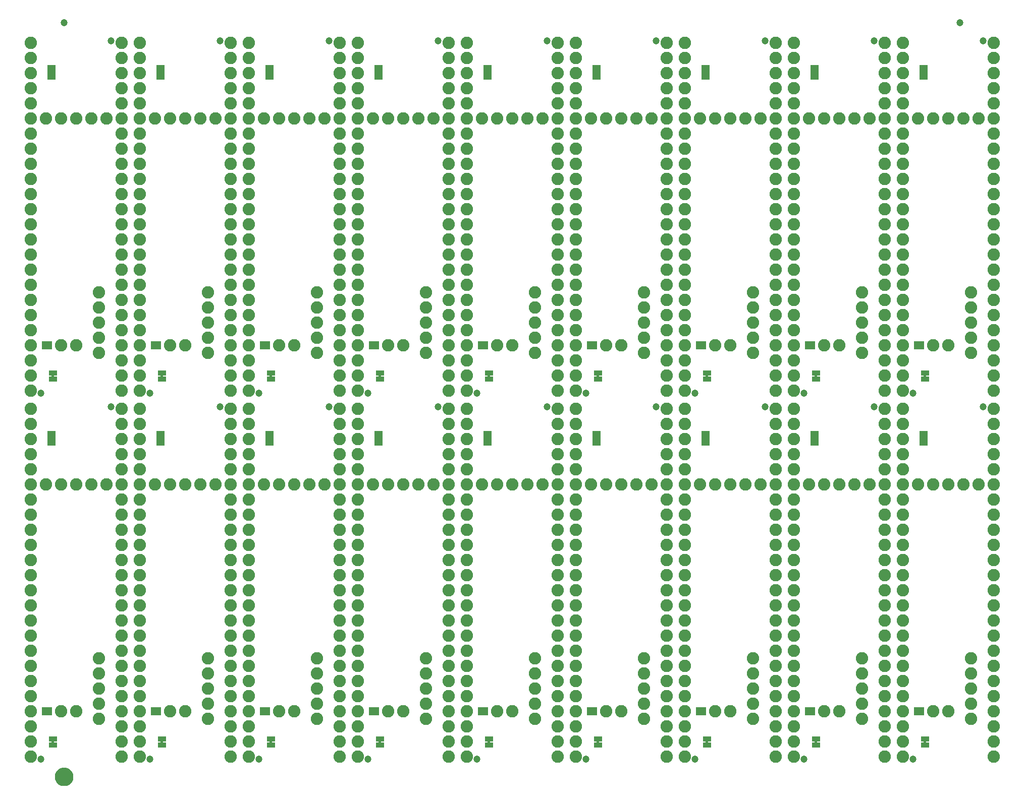
<source format=gbs>
G04 EAGLE Gerber RS-274X export*
G75*
%MOMM*%
%FSLAX34Y34*%
%LPD*%
%INSoldermask Bottom*%
%IPPOS*%
%AMOC8*
5,1,8,0,0,1.08239X$1,22.5*%
G01*
%ADD10C,1.203200*%
%ADD11R,1.473200X0.838200*%
%ADD12C,2.082800*%
%ADD13R,1.473200X0.863600*%
%ADD14R,0.838200X1.473200*%
%ADD15C,1.270000*%
%ADD16C,1.703200*%

G36*
X600013Y649490D02*
X600013Y649490D01*
X600079Y649492D01*
X600122Y649510D01*
X600169Y649518D01*
X600226Y649552D01*
X600286Y649577D01*
X600321Y649608D01*
X600362Y649633D01*
X600404Y649684D01*
X600452Y649728D01*
X600474Y649770D01*
X600503Y649807D01*
X600524Y649869D01*
X600555Y649928D01*
X600563Y649982D01*
X600575Y650019D01*
X600574Y650059D01*
X600582Y650113D01*
X600582Y653923D01*
X600571Y653988D01*
X600569Y654054D01*
X600551Y654097D01*
X600543Y654144D01*
X600509Y654201D01*
X600484Y654261D01*
X600453Y654296D01*
X600428Y654337D01*
X600377Y654379D01*
X600333Y654427D01*
X600291Y654449D01*
X600254Y654478D01*
X600192Y654499D01*
X600133Y654530D01*
X600079Y654538D01*
X600042Y654550D01*
X600002Y654549D01*
X599948Y654557D01*
X597408Y654557D01*
X597343Y654546D01*
X597277Y654544D01*
X597234Y654526D01*
X597187Y654518D01*
X597130Y654484D01*
X597070Y654459D01*
X597035Y654428D01*
X596994Y654403D01*
X596953Y654352D01*
X596904Y654308D01*
X596882Y654266D01*
X596853Y654229D01*
X596832Y654167D01*
X596801Y654108D01*
X596793Y654054D01*
X596781Y654017D01*
X596781Y654013D01*
X596781Y654012D01*
X596782Y653977D01*
X596774Y653923D01*
X596774Y650113D01*
X596785Y650048D01*
X596787Y649982D01*
X596805Y649939D01*
X596813Y649892D01*
X596847Y649835D01*
X596872Y649775D01*
X596903Y649740D01*
X596928Y649699D01*
X596979Y649658D01*
X597023Y649609D01*
X597065Y649587D01*
X597102Y649558D01*
X597164Y649537D01*
X597223Y649506D01*
X597277Y649498D01*
X597314Y649486D01*
X597354Y649487D01*
X597408Y649479D01*
X599948Y649479D01*
X600013Y649490D01*
G37*
G36*
X965773Y649490D02*
X965773Y649490D01*
X965839Y649492D01*
X965882Y649510D01*
X965929Y649518D01*
X965986Y649552D01*
X966046Y649577D01*
X966081Y649608D01*
X966122Y649633D01*
X966164Y649684D01*
X966212Y649728D01*
X966234Y649770D01*
X966263Y649807D01*
X966284Y649869D01*
X966315Y649928D01*
X966323Y649982D01*
X966335Y650019D01*
X966334Y650059D01*
X966342Y650113D01*
X966342Y653923D01*
X966331Y653988D01*
X966329Y654054D01*
X966311Y654097D01*
X966303Y654144D01*
X966269Y654201D01*
X966244Y654261D01*
X966213Y654296D01*
X966188Y654337D01*
X966137Y654379D01*
X966093Y654427D01*
X966051Y654449D01*
X966014Y654478D01*
X965952Y654499D01*
X965893Y654530D01*
X965839Y654538D01*
X965802Y654550D01*
X965762Y654549D01*
X965708Y654557D01*
X963168Y654557D01*
X963103Y654546D01*
X963037Y654544D01*
X962994Y654526D01*
X962947Y654518D01*
X962890Y654484D01*
X962830Y654459D01*
X962795Y654428D01*
X962754Y654403D01*
X962713Y654352D01*
X962664Y654308D01*
X962642Y654266D01*
X962613Y654229D01*
X962592Y654167D01*
X962561Y654108D01*
X962553Y654054D01*
X962541Y654017D01*
X962541Y654013D01*
X962541Y654012D01*
X962542Y653977D01*
X962534Y653923D01*
X962534Y650113D01*
X962545Y650048D01*
X962547Y649982D01*
X962565Y649939D01*
X962573Y649892D01*
X962607Y649835D01*
X962632Y649775D01*
X962663Y649740D01*
X962688Y649699D01*
X962739Y649658D01*
X962783Y649609D01*
X962825Y649587D01*
X962862Y649558D01*
X962924Y649537D01*
X962983Y649506D01*
X963037Y649498D01*
X963074Y649486D01*
X963114Y649487D01*
X963168Y649479D01*
X965708Y649479D01*
X965773Y649490D01*
G37*
G36*
X782893Y649490D02*
X782893Y649490D01*
X782959Y649492D01*
X783002Y649510D01*
X783049Y649518D01*
X783106Y649552D01*
X783166Y649577D01*
X783201Y649608D01*
X783242Y649633D01*
X783284Y649684D01*
X783332Y649728D01*
X783354Y649770D01*
X783383Y649807D01*
X783404Y649869D01*
X783435Y649928D01*
X783443Y649982D01*
X783455Y650019D01*
X783454Y650059D01*
X783462Y650113D01*
X783462Y653923D01*
X783451Y653988D01*
X783449Y654054D01*
X783431Y654097D01*
X783423Y654144D01*
X783389Y654201D01*
X783364Y654261D01*
X783333Y654296D01*
X783308Y654337D01*
X783257Y654379D01*
X783213Y654427D01*
X783171Y654449D01*
X783134Y654478D01*
X783072Y654499D01*
X783013Y654530D01*
X782959Y654538D01*
X782922Y654550D01*
X782882Y654549D01*
X782828Y654557D01*
X780288Y654557D01*
X780223Y654546D01*
X780157Y654544D01*
X780114Y654526D01*
X780067Y654518D01*
X780010Y654484D01*
X779950Y654459D01*
X779915Y654428D01*
X779874Y654403D01*
X779833Y654352D01*
X779784Y654308D01*
X779762Y654266D01*
X779733Y654229D01*
X779712Y654167D01*
X779681Y654108D01*
X779673Y654054D01*
X779661Y654017D01*
X779661Y654013D01*
X779661Y654012D01*
X779662Y653977D01*
X779654Y653923D01*
X779654Y650113D01*
X779665Y650048D01*
X779667Y649982D01*
X779685Y649939D01*
X779693Y649892D01*
X779727Y649835D01*
X779752Y649775D01*
X779783Y649740D01*
X779808Y649699D01*
X779859Y649658D01*
X779903Y649609D01*
X779945Y649587D01*
X779982Y649558D01*
X780044Y649537D01*
X780103Y649506D01*
X780157Y649498D01*
X780194Y649486D01*
X780234Y649487D01*
X780288Y649479D01*
X782828Y649479D01*
X782893Y649490D01*
G37*
G36*
X51373Y649490D02*
X51373Y649490D01*
X51439Y649492D01*
X51482Y649510D01*
X51529Y649518D01*
X51586Y649552D01*
X51646Y649577D01*
X51681Y649608D01*
X51722Y649633D01*
X51764Y649684D01*
X51812Y649728D01*
X51834Y649770D01*
X51863Y649807D01*
X51884Y649869D01*
X51915Y649928D01*
X51923Y649982D01*
X51935Y650019D01*
X51934Y650059D01*
X51942Y650113D01*
X51942Y653923D01*
X51931Y653988D01*
X51929Y654054D01*
X51911Y654097D01*
X51903Y654144D01*
X51869Y654201D01*
X51844Y654261D01*
X51813Y654296D01*
X51788Y654337D01*
X51737Y654379D01*
X51693Y654427D01*
X51651Y654449D01*
X51614Y654478D01*
X51552Y654499D01*
X51493Y654530D01*
X51439Y654538D01*
X51402Y654550D01*
X51362Y654549D01*
X51308Y654557D01*
X48768Y654557D01*
X48703Y654546D01*
X48637Y654544D01*
X48594Y654526D01*
X48547Y654518D01*
X48490Y654484D01*
X48430Y654459D01*
X48395Y654428D01*
X48354Y654403D01*
X48313Y654352D01*
X48264Y654308D01*
X48242Y654266D01*
X48213Y654229D01*
X48192Y654167D01*
X48161Y654108D01*
X48153Y654054D01*
X48141Y654017D01*
X48141Y654013D01*
X48141Y654012D01*
X48142Y653977D01*
X48134Y653923D01*
X48134Y650113D01*
X48145Y650048D01*
X48147Y649982D01*
X48165Y649939D01*
X48173Y649892D01*
X48207Y649835D01*
X48232Y649775D01*
X48263Y649740D01*
X48288Y649699D01*
X48339Y649658D01*
X48383Y649609D01*
X48425Y649587D01*
X48462Y649558D01*
X48524Y649537D01*
X48583Y649506D01*
X48637Y649498D01*
X48674Y649486D01*
X48714Y649487D01*
X48768Y649479D01*
X51308Y649479D01*
X51373Y649490D01*
G37*
G36*
X1514413Y649490D02*
X1514413Y649490D01*
X1514479Y649492D01*
X1514522Y649510D01*
X1514569Y649518D01*
X1514626Y649552D01*
X1514686Y649577D01*
X1514721Y649608D01*
X1514762Y649633D01*
X1514804Y649684D01*
X1514852Y649728D01*
X1514874Y649770D01*
X1514903Y649807D01*
X1514924Y649869D01*
X1514955Y649928D01*
X1514963Y649982D01*
X1514975Y650019D01*
X1514974Y650059D01*
X1514982Y650113D01*
X1514982Y653923D01*
X1514971Y653988D01*
X1514969Y654054D01*
X1514951Y654097D01*
X1514943Y654144D01*
X1514909Y654201D01*
X1514884Y654261D01*
X1514853Y654296D01*
X1514828Y654337D01*
X1514777Y654379D01*
X1514733Y654427D01*
X1514691Y654449D01*
X1514654Y654478D01*
X1514592Y654499D01*
X1514533Y654530D01*
X1514479Y654538D01*
X1514442Y654550D01*
X1514402Y654549D01*
X1514348Y654557D01*
X1511808Y654557D01*
X1511743Y654546D01*
X1511677Y654544D01*
X1511634Y654526D01*
X1511587Y654518D01*
X1511530Y654484D01*
X1511470Y654459D01*
X1511435Y654428D01*
X1511394Y654403D01*
X1511353Y654352D01*
X1511304Y654308D01*
X1511282Y654266D01*
X1511253Y654229D01*
X1511232Y654167D01*
X1511201Y654108D01*
X1511193Y654054D01*
X1511181Y654017D01*
X1511181Y654013D01*
X1511181Y654012D01*
X1511182Y653977D01*
X1511174Y653923D01*
X1511174Y650113D01*
X1511185Y650048D01*
X1511187Y649982D01*
X1511205Y649939D01*
X1511213Y649892D01*
X1511247Y649835D01*
X1511272Y649775D01*
X1511303Y649740D01*
X1511328Y649699D01*
X1511379Y649658D01*
X1511423Y649609D01*
X1511465Y649587D01*
X1511502Y649558D01*
X1511564Y649537D01*
X1511623Y649506D01*
X1511677Y649498D01*
X1511714Y649486D01*
X1511754Y649487D01*
X1511808Y649479D01*
X1514348Y649479D01*
X1514413Y649490D01*
G37*
G36*
X417133Y649490D02*
X417133Y649490D01*
X417199Y649492D01*
X417242Y649510D01*
X417289Y649518D01*
X417346Y649552D01*
X417406Y649577D01*
X417441Y649608D01*
X417482Y649633D01*
X417524Y649684D01*
X417572Y649728D01*
X417594Y649770D01*
X417623Y649807D01*
X417644Y649869D01*
X417675Y649928D01*
X417683Y649982D01*
X417695Y650019D01*
X417694Y650059D01*
X417702Y650113D01*
X417702Y653923D01*
X417691Y653988D01*
X417689Y654054D01*
X417671Y654097D01*
X417663Y654144D01*
X417629Y654201D01*
X417604Y654261D01*
X417573Y654296D01*
X417548Y654337D01*
X417497Y654379D01*
X417453Y654427D01*
X417411Y654449D01*
X417374Y654478D01*
X417312Y654499D01*
X417253Y654530D01*
X417199Y654538D01*
X417162Y654550D01*
X417122Y654549D01*
X417068Y654557D01*
X414528Y654557D01*
X414463Y654546D01*
X414397Y654544D01*
X414354Y654526D01*
X414307Y654518D01*
X414250Y654484D01*
X414190Y654459D01*
X414155Y654428D01*
X414114Y654403D01*
X414073Y654352D01*
X414024Y654308D01*
X414002Y654266D01*
X413973Y654229D01*
X413952Y654167D01*
X413921Y654108D01*
X413913Y654054D01*
X413901Y654017D01*
X413901Y654013D01*
X413901Y654012D01*
X413902Y653977D01*
X413894Y653923D01*
X413894Y650113D01*
X413905Y650048D01*
X413907Y649982D01*
X413925Y649939D01*
X413933Y649892D01*
X413967Y649835D01*
X413992Y649775D01*
X414023Y649740D01*
X414048Y649699D01*
X414099Y649658D01*
X414143Y649609D01*
X414185Y649587D01*
X414222Y649558D01*
X414284Y649537D01*
X414343Y649506D01*
X414397Y649498D01*
X414434Y649486D01*
X414474Y649487D01*
X414528Y649479D01*
X417068Y649479D01*
X417133Y649490D01*
G37*
G36*
X234253Y649490D02*
X234253Y649490D01*
X234319Y649492D01*
X234362Y649510D01*
X234409Y649518D01*
X234466Y649552D01*
X234526Y649577D01*
X234561Y649608D01*
X234602Y649633D01*
X234644Y649684D01*
X234692Y649728D01*
X234714Y649770D01*
X234743Y649807D01*
X234764Y649869D01*
X234795Y649928D01*
X234803Y649982D01*
X234815Y650019D01*
X234814Y650059D01*
X234822Y650113D01*
X234822Y653923D01*
X234811Y653988D01*
X234809Y654054D01*
X234791Y654097D01*
X234783Y654144D01*
X234749Y654201D01*
X234724Y654261D01*
X234693Y654296D01*
X234668Y654337D01*
X234617Y654379D01*
X234573Y654427D01*
X234531Y654449D01*
X234494Y654478D01*
X234432Y654499D01*
X234373Y654530D01*
X234319Y654538D01*
X234282Y654550D01*
X234242Y654549D01*
X234188Y654557D01*
X231648Y654557D01*
X231583Y654546D01*
X231517Y654544D01*
X231474Y654526D01*
X231427Y654518D01*
X231370Y654484D01*
X231310Y654459D01*
X231275Y654428D01*
X231234Y654403D01*
X231193Y654352D01*
X231144Y654308D01*
X231122Y654266D01*
X231093Y654229D01*
X231072Y654167D01*
X231041Y654108D01*
X231033Y654054D01*
X231021Y654017D01*
X231021Y654013D01*
X231021Y654012D01*
X231022Y653977D01*
X231014Y653923D01*
X231014Y650113D01*
X231025Y650048D01*
X231027Y649982D01*
X231045Y649939D01*
X231053Y649892D01*
X231087Y649835D01*
X231112Y649775D01*
X231143Y649740D01*
X231168Y649699D01*
X231219Y649658D01*
X231263Y649609D01*
X231305Y649587D01*
X231342Y649558D01*
X231404Y649537D01*
X231463Y649506D01*
X231517Y649498D01*
X231554Y649486D01*
X231594Y649487D01*
X231648Y649479D01*
X234188Y649479D01*
X234253Y649490D01*
G37*
G36*
X1148653Y649490D02*
X1148653Y649490D01*
X1148719Y649492D01*
X1148762Y649510D01*
X1148809Y649518D01*
X1148866Y649552D01*
X1148926Y649577D01*
X1148961Y649608D01*
X1149002Y649633D01*
X1149044Y649684D01*
X1149092Y649728D01*
X1149114Y649770D01*
X1149143Y649807D01*
X1149164Y649869D01*
X1149195Y649928D01*
X1149203Y649982D01*
X1149215Y650019D01*
X1149214Y650059D01*
X1149222Y650113D01*
X1149222Y653923D01*
X1149211Y653988D01*
X1149209Y654054D01*
X1149191Y654097D01*
X1149183Y654144D01*
X1149149Y654201D01*
X1149124Y654261D01*
X1149093Y654296D01*
X1149068Y654337D01*
X1149017Y654379D01*
X1148973Y654427D01*
X1148931Y654449D01*
X1148894Y654478D01*
X1148832Y654499D01*
X1148773Y654530D01*
X1148719Y654538D01*
X1148682Y654550D01*
X1148642Y654549D01*
X1148588Y654557D01*
X1146048Y654557D01*
X1145983Y654546D01*
X1145917Y654544D01*
X1145874Y654526D01*
X1145827Y654518D01*
X1145770Y654484D01*
X1145710Y654459D01*
X1145675Y654428D01*
X1145634Y654403D01*
X1145593Y654352D01*
X1145544Y654308D01*
X1145522Y654266D01*
X1145493Y654229D01*
X1145472Y654167D01*
X1145441Y654108D01*
X1145433Y654054D01*
X1145421Y654017D01*
X1145421Y654013D01*
X1145421Y654012D01*
X1145422Y653977D01*
X1145414Y653923D01*
X1145414Y650113D01*
X1145425Y650048D01*
X1145427Y649982D01*
X1145445Y649939D01*
X1145453Y649892D01*
X1145487Y649835D01*
X1145512Y649775D01*
X1145543Y649740D01*
X1145568Y649699D01*
X1145619Y649658D01*
X1145663Y649609D01*
X1145705Y649587D01*
X1145742Y649558D01*
X1145804Y649537D01*
X1145863Y649506D01*
X1145917Y649498D01*
X1145954Y649486D01*
X1145994Y649487D01*
X1146048Y649479D01*
X1148588Y649479D01*
X1148653Y649490D01*
G37*
G36*
X1331533Y649490D02*
X1331533Y649490D01*
X1331599Y649492D01*
X1331642Y649510D01*
X1331689Y649518D01*
X1331746Y649552D01*
X1331806Y649577D01*
X1331841Y649608D01*
X1331882Y649633D01*
X1331924Y649684D01*
X1331972Y649728D01*
X1331994Y649770D01*
X1332023Y649807D01*
X1332044Y649869D01*
X1332075Y649928D01*
X1332083Y649982D01*
X1332095Y650019D01*
X1332094Y650059D01*
X1332102Y650113D01*
X1332102Y653923D01*
X1332091Y653988D01*
X1332089Y654054D01*
X1332071Y654097D01*
X1332063Y654144D01*
X1332029Y654201D01*
X1332004Y654261D01*
X1331973Y654296D01*
X1331948Y654337D01*
X1331897Y654379D01*
X1331853Y654427D01*
X1331811Y654449D01*
X1331774Y654478D01*
X1331712Y654499D01*
X1331653Y654530D01*
X1331599Y654538D01*
X1331562Y654550D01*
X1331522Y654549D01*
X1331468Y654557D01*
X1328928Y654557D01*
X1328863Y654546D01*
X1328797Y654544D01*
X1328754Y654526D01*
X1328707Y654518D01*
X1328650Y654484D01*
X1328590Y654459D01*
X1328555Y654428D01*
X1328514Y654403D01*
X1328473Y654352D01*
X1328424Y654308D01*
X1328402Y654266D01*
X1328373Y654229D01*
X1328352Y654167D01*
X1328321Y654108D01*
X1328313Y654054D01*
X1328301Y654017D01*
X1328301Y654013D01*
X1328301Y654012D01*
X1328302Y653977D01*
X1328294Y653923D01*
X1328294Y650113D01*
X1328305Y650048D01*
X1328307Y649982D01*
X1328325Y649939D01*
X1328333Y649892D01*
X1328367Y649835D01*
X1328392Y649775D01*
X1328423Y649740D01*
X1328448Y649699D01*
X1328499Y649658D01*
X1328543Y649609D01*
X1328585Y649587D01*
X1328622Y649558D01*
X1328684Y649537D01*
X1328743Y649506D01*
X1328797Y649498D01*
X1328834Y649486D01*
X1328874Y649487D01*
X1328928Y649479D01*
X1331468Y649479D01*
X1331533Y649490D01*
G37*
G36*
X965773Y34810D02*
X965773Y34810D01*
X965839Y34812D01*
X965882Y34830D01*
X965929Y34838D01*
X965986Y34872D01*
X966046Y34897D01*
X966081Y34928D01*
X966122Y34953D01*
X966164Y35004D01*
X966212Y35048D01*
X966234Y35090D01*
X966263Y35127D01*
X966284Y35189D01*
X966315Y35248D01*
X966323Y35302D01*
X966335Y35339D01*
X966334Y35379D01*
X966342Y35433D01*
X966342Y39243D01*
X966331Y39308D01*
X966329Y39374D01*
X966311Y39417D01*
X966303Y39464D01*
X966269Y39521D01*
X966244Y39581D01*
X966213Y39616D01*
X966188Y39657D01*
X966137Y39699D01*
X966093Y39747D01*
X966051Y39769D01*
X966014Y39798D01*
X965952Y39819D01*
X965893Y39850D01*
X965839Y39858D01*
X965802Y39870D01*
X965762Y39869D01*
X965708Y39877D01*
X963168Y39877D01*
X963103Y39866D01*
X963037Y39864D01*
X962994Y39846D01*
X962947Y39838D01*
X962890Y39804D01*
X962830Y39779D01*
X962795Y39748D01*
X962754Y39723D01*
X962713Y39672D01*
X962664Y39628D01*
X962642Y39586D01*
X962613Y39549D01*
X962592Y39487D01*
X962561Y39428D01*
X962553Y39374D01*
X962541Y39337D01*
X962541Y39333D01*
X962541Y39332D01*
X962542Y39297D01*
X962534Y39243D01*
X962534Y35433D01*
X962545Y35368D01*
X962547Y35302D01*
X962565Y35259D01*
X962573Y35212D01*
X962607Y35155D01*
X962632Y35095D01*
X962663Y35060D01*
X962688Y35019D01*
X962739Y34978D01*
X962783Y34929D01*
X962825Y34907D01*
X962862Y34878D01*
X962924Y34857D01*
X962983Y34826D01*
X963037Y34818D01*
X963074Y34806D01*
X963114Y34807D01*
X963168Y34799D01*
X965708Y34799D01*
X965773Y34810D01*
G37*
G36*
X1514413Y34810D02*
X1514413Y34810D01*
X1514479Y34812D01*
X1514522Y34830D01*
X1514569Y34838D01*
X1514626Y34872D01*
X1514686Y34897D01*
X1514721Y34928D01*
X1514762Y34953D01*
X1514804Y35004D01*
X1514852Y35048D01*
X1514874Y35090D01*
X1514903Y35127D01*
X1514924Y35189D01*
X1514955Y35248D01*
X1514963Y35302D01*
X1514975Y35339D01*
X1514974Y35379D01*
X1514982Y35433D01*
X1514982Y39243D01*
X1514971Y39308D01*
X1514969Y39374D01*
X1514951Y39417D01*
X1514943Y39464D01*
X1514909Y39521D01*
X1514884Y39581D01*
X1514853Y39616D01*
X1514828Y39657D01*
X1514777Y39699D01*
X1514733Y39747D01*
X1514691Y39769D01*
X1514654Y39798D01*
X1514592Y39819D01*
X1514533Y39850D01*
X1514479Y39858D01*
X1514442Y39870D01*
X1514402Y39869D01*
X1514348Y39877D01*
X1511808Y39877D01*
X1511743Y39866D01*
X1511677Y39864D01*
X1511634Y39846D01*
X1511587Y39838D01*
X1511530Y39804D01*
X1511470Y39779D01*
X1511435Y39748D01*
X1511394Y39723D01*
X1511353Y39672D01*
X1511304Y39628D01*
X1511282Y39586D01*
X1511253Y39549D01*
X1511232Y39487D01*
X1511201Y39428D01*
X1511193Y39374D01*
X1511181Y39337D01*
X1511181Y39333D01*
X1511181Y39332D01*
X1511182Y39297D01*
X1511174Y39243D01*
X1511174Y35433D01*
X1511185Y35368D01*
X1511187Y35302D01*
X1511205Y35259D01*
X1511213Y35212D01*
X1511247Y35155D01*
X1511272Y35095D01*
X1511303Y35060D01*
X1511328Y35019D01*
X1511379Y34978D01*
X1511423Y34929D01*
X1511465Y34907D01*
X1511502Y34878D01*
X1511564Y34857D01*
X1511623Y34826D01*
X1511677Y34818D01*
X1511714Y34806D01*
X1511754Y34807D01*
X1511808Y34799D01*
X1514348Y34799D01*
X1514413Y34810D01*
G37*
G36*
X782893Y34810D02*
X782893Y34810D01*
X782959Y34812D01*
X783002Y34830D01*
X783049Y34838D01*
X783106Y34872D01*
X783166Y34897D01*
X783201Y34928D01*
X783242Y34953D01*
X783284Y35004D01*
X783332Y35048D01*
X783354Y35090D01*
X783383Y35127D01*
X783404Y35189D01*
X783435Y35248D01*
X783443Y35302D01*
X783455Y35339D01*
X783454Y35379D01*
X783462Y35433D01*
X783462Y39243D01*
X783451Y39308D01*
X783449Y39374D01*
X783431Y39417D01*
X783423Y39464D01*
X783389Y39521D01*
X783364Y39581D01*
X783333Y39616D01*
X783308Y39657D01*
X783257Y39699D01*
X783213Y39747D01*
X783171Y39769D01*
X783134Y39798D01*
X783072Y39819D01*
X783013Y39850D01*
X782959Y39858D01*
X782922Y39870D01*
X782882Y39869D01*
X782828Y39877D01*
X780288Y39877D01*
X780223Y39866D01*
X780157Y39864D01*
X780114Y39846D01*
X780067Y39838D01*
X780010Y39804D01*
X779950Y39779D01*
X779915Y39748D01*
X779874Y39723D01*
X779833Y39672D01*
X779784Y39628D01*
X779762Y39586D01*
X779733Y39549D01*
X779712Y39487D01*
X779681Y39428D01*
X779673Y39374D01*
X779661Y39337D01*
X779661Y39333D01*
X779661Y39332D01*
X779662Y39297D01*
X779654Y39243D01*
X779654Y35433D01*
X779665Y35368D01*
X779667Y35302D01*
X779685Y35259D01*
X779693Y35212D01*
X779727Y35155D01*
X779752Y35095D01*
X779783Y35060D01*
X779808Y35019D01*
X779859Y34978D01*
X779903Y34929D01*
X779945Y34907D01*
X779982Y34878D01*
X780044Y34857D01*
X780103Y34826D01*
X780157Y34818D01*
X780194Y34806D01*
X780234Y34807D01*
X780288Y34799D01*
X782828Y34799D01*
X782893Y34810D01*
G37*
G36*
X600013Y34810D02*
X600013Y34810D01*
X600079Y34812D01*
X600122Y34830D01*
X600169Y34838D01*
X600226Y34872D01*
X600286Y34897D01*
X600321Y34928D01*
X600362Y34953D01*
X600404Y35004D01*
X600452Y35048D01*
X600474Y35090D01*
X600503Y35127D01*
X600524Y35189D01*
X600555Y35248D01*
X600563Y35302D01*
X600575Y35339D01*
X600574Y35379D01*
X600582Y35433D01*
X600582Y39243D01*
X600571Y39308D01*
X600569Y39374D01*
X600551Y39417D01*
X600543Y39464D01*
X600509Y39521D01*
X600484Y39581D01*
X600453Y39616D01*
X600428Y39657D01*
X600377Y39699D01*
X600333Y39747D01*
X600291Y39769D01*
X600254Y39798D01*
X600192Y39819D01*
X600133Y39850D01*
X600079Y39858D01*
X600042Y39870D01*
X600002Y39869D01*
X599948Y39877D01*
X597408Y39877D01*
X597343Y39866D01*
X597277Y39864D01*
X597234Y39846D01*
X597187Y39838D01*
X597130Y39804D01*
X597070Y39779D01*
X597035Y39748D01*
X596994Y39723D01*
X596953Y39672D01*
X596904Y39628D01*
X596882Y39586D01*
X596853Y39549D01*
X596832Y39487D01*
X596801Y39428D01*
X596793Y39374D01*
X596781Y39337D01*
X596781Y39333D01*
X596781Y39332D01*
X596782Y39297D01*
X596774Y39243D01*
X596774Y35433D01*
X596785Y35368D01*
X596787Y35302D01*
X596805Y35259D01*
X596813Y35212D01*
X596847Y35155D01*
X596872Y35095D01*
X596903Y35060D01*
X596928Y35019D01*
X596979Y34978D01*
X597023Y34929D01*
X597065Y34907D01*
X597102Y34878D01*
X597164Y34857D01*
X597223Y34826D01*
X597277Y34818D01*
X597314Y34806D01*
X597354Y34807D01*
X597408Y34799D01*
X599948Y34799D01*
X600013Y34810D01*
G37*
G36*
X1331533Y34810D02*
X1331533Y34810D01*
X1331599Y34812D01*
X1331642Y34830D01*
X1331689Y34838D01*
X1331746Y34872D01*
X1331806Y34897D01*
X1331841Y34928D01*
X1331882Y34953D01*
X1331924Y35004D01*
X1331972Y35048D01*
X1331994Y35090D01*
X1332023Y35127D01*
X1332044Y35189D01*
X1332075Y35248D01*
X1332083Y35302D01*
X1332095Y35339D01*
X1332094Y35379D01*
X1332102Y35433D01*
X1332102Y39243D01*
X1332091Y39308D01*
X1332089Y39374D01*
X1332071Y39417D01*
X1332063Y39464D01*
X1332029Y39521D01*
X1332004Y39581D01*
X1331973Y39616D01*
X1331948Y39657D01*
X1331897Y39699D01*
X1331853Y39747D01*
X1331811Y39769D01*
X1331774Y39798D01*
X1331712Y39819D01*
X1331653Y39850D01*
X1331599Y39858D01*
X1331562Y39870D01*
X1331522Y39869D01*
X1331468Y39877D01*
X1328928Y39877D01*
X1328863Y39866D01*
X1328797Y39864D01*
X1328754Y39846D01*
X1328707Y39838D01*
X1328650Y39804D01*
X1328590Y39779D01*
X1328555Y39748D01*
X1328514Y39723D01*
X1328473Y39672D01*
X1328424Y39628D01*
X1328402Y39586D01*
X1328373Y39549D01*
X1328352Y39487D01*
X1328321Y39428D01*
X1328313Y39374D01*
X1328301Y39337D01*
X1328301Y39333D01*
X1328301Y39332D01*
X1328302Y39297D01*
X1328294Y39243D01*
X1328294Y35433D01*
X1328305Y35368D01*
X1328307Y35302D01*
X1328325Y35259D01*
X1328333Y35212D01*
X1328367Y35155D01*
X1328392Y35095D01*
X1328423Y35060D01*
X1328448Y35019D01*
X1328499Y34978D01*
X1328543Y34929D01*
X1328585Y34907D01*
X1328622Y34878D01*
X1328684Y34857D01*
X1328743Y34826D01*
X1328797Y34818D01*
X1328834Y34806D01*
X1328874Y34807D01*
X1328928Y34799D01*
X1331468Y34799D01*
X1331533Y34810D01*
G37*
G36*
X417133Y34810D02*
X417133Y34810D01*
X417199Y34812D01*
X417242Y34830D01*
X417289Y34838D01*
X417346Y34872D01*
X417406Y34897D01*
X417441Y34928D01*
X417482Y34953D01*
X417524Y35004D01*
X417572Y35048D01*
X417594Y35090D01*
X417623Y35127D01*
X417644Y35189D01*
X417675Y35248D01*
X417683Y35302D01*
X417695Y35339D01*
X417694Y35379D01*
X417702Y35433D01*
X417702Y39243D01*
X417691Y39308D01*
X417689Y39374D01*
X417671Y39417D01*
X417663Y39464D01*
X417629Y39521D01*
X417604Y39581D01*
X417573Y39616D01*
X417548Y39657D01*
X417497Y39699D01*
X417453Y39747D01*
X417411Y39769D01*
X417374Y39798D01*
X417312Y39819D01*
X417253Y39850D01*
X417199Y39858D01*
X417162Y39870D01*
X417122Y39869D01*
X417068Y39877D01*
X414528Y39877D01*
X414463Y39866D01*
X414397Y39864D01*
X414354Y39846D01*
X414307Y39838D01*
X414250Y39804D01*
X414190Y39779D01*
X414155Y39748D01*
X414114Y39723D01*
X414073Y39672D01*
X414024Y39628D01*
X414002Y39586D01*
X413973Y39549D01*
X413952Y39487D01*
X413921Y39428D01*
X413913Y39374D01*
X413901Y39337D01*
X413901Y39333D01*
X413901Y39332D01*
X413902Y39297D01*
X413894Y39243D01*
X413894Y35433D01*
X413905Y35368D01*
X413907Y35302D01*
X413925Y35259D01*
X413933Y35212D01*
X413967Y35155D01*
X413992Y35095D01*
X414023Y35060D01*
X414048Y35019D01*
X414099Y34978D01*
X414143Y34929D01*
X414185Y34907D01*
X414222Y34878D01*
X414284Y34857D01*
X414343Y34826D01*
X414397Y34818D01*
X414434Y34806D01*
X414474Y34807D01*
X414528Y34799D01*
X417068Y34799D01*
X417133Y34810D01*
G37*
G36*
X234253Y34810D02*
X234253Y34810D01*
X234319Y34812D01*
X234362Y34830D01*
X234409Y34838D01*
X234466Y34872D01*
X234526Y34897D01*
X234561Y34928D01*
X234602Y34953D01*
X234644Y35004D01*
X234692Y35048D01*
X234714Y35090D01*
X234743Y35127D01*
X234764Y35189D01*
X234795Y35248D01*
X234803Y35302D01*
X234815Y35339D01*
X234814Y35379D01*
X234822Y35433D01*
X234822Y39243D01*
X234811Y39308D01*
X234809Y39374D01*
X234791Y39417D01*
X234783Y39464D01*
X234749Y39521D01*
X234724Y39581D01*
X234693Y39616D01*
X234668Y39657D01*
X234617Y39699D01*
X234573Y39747D01*
X234531Y39769D01*
X234494Y39798D01*
X234432Y39819D01*
X234373Y39850D01*
X234319Y39858D01*
X234282Y39870D01*
X234242Y39869D01*
X234188Y39877D01*
X231648Y39877D01*
X231583Y39866D01*
X231517Y39864D01*
X231474Y39846D01*
X231427Y39838D01*
X231370Y39804D01*
X231310Y39779D01*
X231275Y39748D01*
X231234Y39723D01*
X231193Y39672D01*
X231144Y39628D01*
X231122Y39586D01*
X231093Y39549D01*
X231072Y39487D01*
X231041Y39428D01*
X231033Y39374D01*
X231021Y39337D01*
X231021Y39333D01*
X231021Y39332D01*
X231022Y39297D01*
X231014Y39243D01*
X231014Y35433D01*
X231025Y35368D01*
X231027Y35302D01*
X231045Y35259D01*
X231053Y35212D01*
X231087Y35155D01*
X231112Y35095D01*
X231143Y35060D01*
X231168Y35019D01*
X231219Y34978D01*
X231263Y34929D01*
X231305Y34907D01*
X231342Y34878D01*
X231404Y34857D01*
X231463Y34826D01*
X231517Y34818D01*
X231554Y34806D01*
X231594Y34807D01*
X231648Y34799D01*
X234188Y34799D01*
X234253Y34810D01*
G37*
G36*
X1148653Y34810D02*
X1148653Y34810D01*
X1148719Y34812D01*
X1148762Y34830D01*
X1148809Y34838D01*
X1148866Y34872D01*
X1148926Y34897D01*
X1148961Y34928D01*
X1149002Y34953D01*
X1149044Y35004D01*
X1149092Y35048D01*
X1149114Y35090D01*
X1149143Y35127D01*
X1149164Y35189D01*
X1149195Y35248D01*
X1149203Y35302D01*
X1149215Y35339D01*
X1149214Y35379D01*
X1149222Y35433D01*
X1149222Y39243D01*
X1149211Y39308D01*
X1149209Y39374D01*
X1149191Y39417D01*
X1149183Y39464D01*
X1149149Y39521D01*
X1149124Y39581D01*
X1149093Y39616D01*
X1149068Y39657D01*
X1149017Y39699D01*
X1148973Y39747D01*
X1148931Y39769D01*
X1148894Y39798D01*
X1148832Y39819D01*
X1148773Y39850D01*
X1148719Y39858D01*
X1148682Y39870D01*
X1148642Y39869D01*
X1148588Y39877D01*
X1146048Y39877D01*
X1145983Y39866D01*
X1145917Y39864D01*
X1145874Y39846D01*
X1145827Y39838D01*
X1145770Y39804D01*
X1145710Y39779D01*
X1145675Y39748D01*
X1145634Y39723D01*
X1145593Y39672D01*
X1145544Y39628D01*
X1145522Y39586D01*
X1145493Y39549D01*
X1145472Y39487D01*
X1145441Y39428D01*
X1145433Y39374D01*
X1145421Y39337D01*
X1145421Y39333D01*
X1145421Y39332D01*
X1145422Y39297D01*
X1145414Y39243D01*
X1145414Y35433D01*
X1145425Y35368D01*
X1145427Y35302D01*
X1145445Y35259D01*
X1145453Y35212D01*
X1145487Y35155D01*
X1145512Y35095D01*
X1145543Y35060D01*
X1145568Y35019D01*
X1145619Y34978D01*
X1145663Y34929D01*
X1145705Y34907D01*
X1145742Y34878D01*
X1145804Y34857D01*
X1145863Y34826D01*
X1145917Y34818D01*
X1145954Y34806D01*
X1145994Y34807D01*
X1146048Y34799D01*
X1148588Y34799D01*
X1148653Y34810D01*
G37*
G36*
X51373Y34810D02*
X51373Y34810D01*
X51439Y34812D01*
X51482Y34830D01*
X51529Y34838D01*
X51586Y34872D01*
X51646Y34897D01*
X51681Y34928D01*
X51722Y34953D01*
X51764Y35004D01*
X51812Y35048D01*
X51834Y35090D01*
X51863Y35127D01*
X51884Y35189D01*
X51915Y35248D01*
X51923Y35302D01*
X51935Y35339D01*
X51934Y35379D01*
X51942Y35433D01*
X51942Y39243D01*
X51931Y39308D01*
X51929Y39374D01*
X51911Y39417D01*
X51903Y39464D01*
X51869Y39521D01*
X51844Y39581D01*
X51813Y39616D01*
X51788Y39657D01*
X51737Y39699D01*
X51693Y39747D01*
X51651Y39769D01*
X51614Y39798D01*
X51552Y39819D01*
X51493Y39850D01*
X51439Y39858D01*
X51402Y39870D01*
X51362Y39869D01*
X51308Y39877D01*
X48768Y39877D01*
X48703Y39866D01*
X48637Y39864D01*
X48594Y39846D01*
X48547Y39838D01*
X48490Y39804D01*
X48430Y39779D01*
X48395Y39748D01*
X48354Y39723D01*
X48313Y39672D01*
X48264Y39628D01*
X48242Y39586D01*
X48213Y39549D01*
X48192Y39487D01*
X48161Y39428D01*
X48153Y39374D01*
X48141Y39337D01*
X48141Y39333D01*
X48141Y39332D01*
X48142Y39297D01*
X48134Y39243D01*
X48134Y35433D01*
X48145Y35368D01*
X48147Y35302D01*
X48165Y35259D01*
X48173Y35212D01*
X48207Y35155D01*
X48232Y35095D01*
X48263Y35060D01*
X48288Y35019D01*
X48339Y34978D01*
X48383Y34929D01*
X48425Y34907D01*
X48462Y34878D01*
X48524Y34857D01*
X48583Y34826D01*
X48637Y34818D01*
X48674Y34806D01*
X48714Y34807D01*
X48768Y34799D01*
X51308Y34799D01*
X51373Y34810D01*
G37*
D10*
X30226Y8128D03*
X147320Y600456D03*
D11*
X47752Y539496D03*
X47752Y547624D03*
X47752Y555752D03*
D12*
X88900Y88900D03*
X63500Y88900D03*
D13*
X50038Y32131D03*
X50038Y42545D03*
D14*
X43942Y88900D03*
X35814Y88900D03*
D12*
X12700Y342900D03*
X12700Y317500D03*
X12700Y292100D03*
X12700Y266700D03*
X12700Y241300D03*
X12700Y215900D03*
X12700Y190500D03*
X12700Y165100D03*
X12700Y139700D03*
X12700Y114300D03*
X12700Y88900D03*
X12700Y63500D03*
X12700Y38100D03*
X12700Y12700D03*
X165100Y342900D03*
X165100Y317500D03*
X165100Y292100D03*
X165100Y266700D03*
X165100Y241300D03*
X165100Y215900D03*
X165100Y190500D03*
X165100Y165100D03*
X165100Y139700D03*
X165100Y114300D03*
X165100Y88900D03*
X165100Y63500D03*
X165100Y38100D03*
X165100Y12700D03*
X38100Y469900D03*
X63500Y469900D03*
X88900Y469900D03*
X114300Y469900D03*
X139700Y469900D03*
X127000Y152400D03*
X127000Y127000D03*
X127000Y101600D03*
X127000Y76200D03*
X165100Y393700D03*
X165100Y419100D03*
X165100Y444500D03*
X165100Y469900D03*
X165100Y495300D03*
X165100Y520700D03*
X165100Y546100D03*
X165100Y571500D03*
X165100Y596900D03*
X12700Y596900D03*
X12700Y571500D03*
X12700Y546100D03*
X12700Y520700D03*
X12700Y495300D03*
X12700Y469900D03*
X12700Y444500D03*
X12700Y419100D03*
X12700Y393700D03*
X12700Y368300D03*
X165100Y368300D03*
X127000Y177800D03*
D10*
X213106Y8128D03*
X330200Y600456D03*
D11*
X230632Y539496D03*
X230632Y547624D03*
X230632Y555752D03*
D12*
X271780Y88900D03*
X246380Y88900D03*
D13*
X232918Y32131D03*
X232918Y42545D03*
D14*
X226822Y88900D03*
X218694Y88900D03*
D12*
X195580Y342900D03*
X195580Y317500D03*
X195580Y292100D03*
X195580Y266700D03*
X195580Y241300D03*
X195580Y215900D03*
X195580Y190500D03*
X195580Y165100D03*
X195580Y139700D03*
X195580Y114300D03*
X195580Y88900D03*
X195580Y63500D03*
X195580Y38100D03*
X195580Y12700D03*
X347980Y342900D03*
X347980Y317500D03*
X347980Y292100D03*
X347980Y266700D03*
X347980Y241300D03*
X347980Y215900D03*
X347980Y190500D03*
X347980Y165100D03*
X347980Y139700D03*
X347980Y114300D03*
X347980Y88900D03*
X347980Y63500D03*
X347980Y38100D03*
X347980Y12700D03*
X220980Y469900D03*
X246380Y469900D03*
X271780Y469900D03*
X297180Y469900D03*
X322580Y469900D03*
X309880Y152400D03*
X309880Y127000D03*
X309880Y101600D03*
X309880Y76200D03*
X347980Y393700D03*
X347980Y419100D03*
X347980Y444500D03*
X347980Y469900D03*
X347980Y495300D03*
X347980Y520700D03*
X347980Y546100D03*
X347980Y571500D03*
X347980Y596900D03*
X195580Y596900D03*
X195580Y571500D03*
X195580Y546100D03*
X195580Y520700D03*
X195580Y495300D03*
X195580Y469900D03*
X195580Y444500D03*
X195580Y419100D03*
X195580Y393700D03*
X195580Y368300D03*
X347980Y368300D03*
X309880Y177800D03*
D10*
X395986Y8128D03*
X513080Y600456D03*
D11*
X413512Y539496D03*
X413512Y547624D03*
X413512Y555752D03*
D12*
X454660Y88900D03*
X429260Y88900D03*
D13*
X415798Y32131D03*
X415798Y42545D03*
D14*
X409702Y88900D03*
X401574Y88900D03*
D12*
X378460Y342900D03*
X378460Y317500D03*
X378460Y292100D03*
X378460Y266700D03*
X378460Y241300D03*
X378460Y215900D03*
X378460Y190500D03*
X378460Y165100D03*
X378460Y139700D03*
X378460Y114300D03*
X378460Y88900D03*
X378460Y63500D03*
X378460Y38100D03*
X378460Y12700D03*
X530860Y342900D03*
X530860Y317500D03*
X530860Y292100D03*
X530860Y266700D03*
X530860Y241300D03*
X530860Y215900D03*
X530860Y190500D03*
X530860Y165100D03*
X530860Y139700D03*
X530860Y114300D03*
X530860Y88900D03*
X530860Y63500D03*
X530860Y38100D03*
X530860Y12700D03*
X403860Y469900D03*
X429260Y469900D03*
X454660Y469900D03*
X480060Y469900D03*
X505460Y469900D03*
X492760Y152400D03*
X492760Y127000D03*
X492760Y101600D03*
X492760Y76200D03*
X530860Y393700D03*
X530860Y419100D03*
X530860Y444500D03*
X530860Y469900D03*
X530860Y495300D03*
X530860Y520700D03*
X530860Y546100D03*
X530860Y571500D03*
X530860Y596900D03*
X378460Y596900D03*
X378460Y571500D03*
X378460Y546100D03*
X378460Y520700D03*
X378460Y495300D03*
X378460Y469900D03*
X378460Y444500D03*
X378460Y419100D03*
X378460Y393700D03*
X378460Y368300D03*
X530860Y368300D03*
X492760Y177800D03*
D10*
X578866Y8128D03*
X695960Y600456D03*
D11*
X596392Y539496D03*
X596392Y547624D03*
X596392Y555752D03*
D12*
X637540Y88900D03*
X612140Y88900D03*
D13*
X598678Y32131D03*
X598678Y42545D03*
D14*
X592582Y88900D03*
X584454Y88900D03*
D12*
X561340Y342900D03*
X561340Y317500D03*
X561340Y292100D03*
X561340Y266700D03*
X561340Y241300D03*
X561340Y215900D03*
X561340Y190500D03*
X561340Y165100D03*
X561340Y139700D03*
X561340Y114300D03*
X561340Y88900D03*
X561340Y63500D03*
X561340Y38100D03*
X561340Y12700D03*
X713740Y342900D03*
X713740Y317500D03*
X713740Y292100D03*
X713740Y266700D03*
X713740Y241300D03*
X713740Y215900D03*
X713740Y190500D03*
X713740Y165100D03*
X713740Y139700D03*
X713740Y114300D03*
X713740Y88900D03*
X713740Y63500D03*
X713740Y38100D03*
X713740Y12700D03*
X586740Y469900D03*
X612140Y469900D03*
X637540Y469900D03*
X662940Y469900D03*
X688340Y469900D03*
X675640Y152400D03*
X675640Y127000D03*
X675640Y101600D03*
X675640Y76200D03*
X713740Y393700D03*
X713740Y419100D03*
X713740Y444500D03*
X713740Y469900D03*
X713740Y495300D03*
X713740Y520700D03*
X713740Y546100D03*
X713740Y571500D03*
X713740Y596900D03*
X561340Y596900D03*
X561340Y571500D03*
X561340Y546100D03*
X561340Y520700D03*
X561340Y495300D03*
X561340Y469900D03*
X561340Y444500D03*
X561340Y419100D03*
X561340Y393700D03*
X561340Y368300D03*
X713740Y368300D03*
X675640Y177800D03*
D10*
X761746Y8128D03*
X878840Y600456D03*
D11*
X779272Y539496D03*
X779272Y547624D03*
X779272Y555752D03*
D12*
X820420Y88900D03*
X795020Y88900D03*
D13*
X781558Y32131D03*
X781558Y42545D03*
D14*
X775462Y88900D03*
X767334Y88900D03*
D12*
X744220Y342900D03*
X744220Y317500D03*
X744220Y292100D03*
X744220Y266700D03*
X744220Y241300D03*
X744220Y215900D03*
X744220Y190500D03*
X744220Y165100D03*
X744220Y139700D03*
X744220Y114300D03*
X744220Y88900D03*
X744220Y63500D03*
X744220Y38100D03*
X744220Y12700D03*
X896620Y342900D03*
X896620Y317500D03*
X896620Y292100D03*
X896620Y266700D03*
X896620Y241300D03*
X896620Y215900D03*
X896620Y190500D03*
X896620Y165100D03*
X896620Y139700D03*
X896620Y114300D03*
X896620Y88900D03*
X896620Y63500D03*
X896620Y38100D03*
X896620Y12700D03*
X769620Y469900D03*
X795020Y469900D03*
X820420Y469900D03*
X845820Y469900D03*
X871220Y469900D03*
X858520Y152400D03*
X858520Y127000D03*
X858520Y101600D03*
X858520Y76200D03*
X896620Y393700D03*
X896620Y419100D03*
X896620Y444500D03*
X896620Y469900D03*
X896620Y495300D03*
X896620Y520700D03*
X896620Y546100D03*
X896620Y571500D03*
X896620Y596900D03*
X744220Y596900D03*
X744220Y571500D03*
X744220Y546100D03*
X744220Y520700D03*
X744220Y495300D03*
X744220Y469900D03*
X744220Y444500D03*
X744220Y419100D03*
X744220Y393700D03*
X744220Y368300D03*
X896620Y368300D03*
X858520Y177800D03*
D10*
X944626Y8128D03*
X1061720Y600456D03*
D11*
X962152Y539496D03*
X962152Y547624D03*
X962152Y555752D03*
D12*
X1003300Y88900D03*
X977900Y88900D03*
D13*
X964438Y32131D03*
X964438Y42545D03*
D14*
X958342Y88900D03*
X950214Y88900D03*
D12*
X927100Y342900D03*
X927100Y317500D03*
X927100Y292100D03*
X927100Y266700D03*
X927100Y241300D03*
X927100Y215900D03*
X927100Y190500D03*
X927100Y165100D03*
X927100Y139700D03*
X927100Y114300D03*
X927100Y88900D03*
X927100Y63500D03*
X927100Y38100D03*
X927100Y12700D03*
X1079500Y342900D03*
X1079500Y317500D03*
X1079500Y292100D03*
X1079500Y266700D03*
X1079500Y241300D03*
X1079500Y215900D03*
X1079500Y190500D03*
X1079500Y165100D03*
X1079500Y139700D03*
X1079500Y114300D03*
X1079500Y88900D03*
X1079500Y63500D03*
X1079500Y38100D03*
X1079500Y12700D03*
X952500Y469900D03*
X977900Y469900D03*
X1003300Y469900D03*
X1028700Y469900D03*
X1054100Y469900D03*
X1041400Y152400D03*
X1041400Y127000D03*
X1041400Y101600D03*
X1041400Y76200D03*
X1079500Y393700D03*
X1079500Y419100D03*
X1079500Y444500D03*
X1079500Y469900D03*
X1079500Y495300D03*
X1079500Y520700D03*
X1079500Y546100D03*
X1079500Y571500D03*
X1079500Y596900D03*
X927100Y596900D03*
X927100Y571500D03*
X927100Y546100D03*
X927100Y520700D03*
X927100Y495300D03*
X927100Y469900D03*
X927100Y444500D03*
X927100Y419100D03*
X927100Y393700D03*
X927100Y368300D03*
X1079500Y368300D03*
X1041400Y177800D03*
D10*
X1127506Y8128D03*
X1244600Y600456D03*
D11*
X1145032Y539496D03*
X1145032Y547624D03*
X1145032Y555752D03*
D12*
X1186180Y88900D03*
X1160780Y88900D03*
D13*
X1147318Y32131D03*
X1147318Y42545D03*
D14*
X1141222Y88900D03*
X1133094Y88900D03*
D12*
X1109980Y342900D03*
X1109980Y317500D03*
X1109980Y292100D03*
X1109980Y266700D03*
X1109980Y241300D03*
X1109980Y215900D03*
X1109980Y190500D03*
X1109980Y165100D03*
X1109980Y139700D03*
X1109980Y114300D03*
X1109980Y88900D03*
X1109980Y63500D03*
X1109980Y38100D03*
X1109980Y12700D03*
X1262380Y342900D03*
X1262380Y317500D03*
X1262380Y292100D03*
X1262380Y266700D03*
X1262380Y241300D03*
X1262380Y215900D03*
X1262380Y190500D03*
X1262380Y165100D03*
X1262380Y139700D03*
X1262380Y114300D03*
X1262380Y88900D03*
X1262380Y63500D03*
X1262380Y38100D03*
X1262380Y12700D03*
X1135380Y469900D03*
X1160780Y469900D03*
X1186180Y469900D03*
X1211580Y469900D03*
X1236980Y469900D03*
X1224280Y152400D03*
X1224280Y127000D03*
X1224280Y101600D03*
X1224280Y76200D03*
X1262380Y393700D03*
X1262380Y419100D03*
X1262380Y444500D03*
X1262380Y469900D03*
X1262380Y495300D03*
X1262380Y520700D03*
X1262380Y546100D03*
X1262380Y571500D03*
X1262380Y596900D03*
X1109980Y596900D03*
X1109980Y571500D03*
X1109980Y546100D03*
X1109980Y520700D03*
X1109980Y495300D03*
X1109980Y469900D03*
X1109980Y444500D03*
X1109980Y419100D03*
X1109980Y393700D03*
X1109980Y368300D03*
X1262380Y368300D03*
X1224280Y177800D03*
D10*
X1310386Y8128D03*
X1427480Y600456D03*
D11*
X1327912Y539496D03*
X1327912Y547624D03*
X1327912Y555752D03*
D12*
X1369060Y88900D03*
X1343660Y88900D03*
D13*
X1330198Y32131D03*
X1330198Y42545D03*
D14*
X1324102Y88900D03*
X1315974Y88900D03*
D12*
X1292860Y342900D03*
X1292860Y317500D03*
X1292860Y292100D03*
X1292860Y266700D03*
X1292860Y241300D03*
X1292860Y215900D03*
X1292860Y190500D03*
X1292860Y165100D03*
X1292860Y139700D03*
X1292860Y114300D03*
X1292860Y88900D03*
X1292860Y63500D03*
X1292860Y38100D03*
X1292860Y12700D03*
X1445260Y342900D03*
X1445260Y317500D03*
X1445260Y292100D03*
X1445260Y266700D03*
X1445260Y241300D03*
X1445260Y215900D03*
X1445260Y190500D03*
X1445260Y165100D03*
X1445260Y139700D03*
X1445260Y114300D03*
X1445260Y88900D03*
X1445260Y63500D03*
X1445260Y38100D03*
X1445260Y12700D03*
X1318260Y469900D03*
X1343660Y469900D03*
X1369060Y469900D03*
X1394460Y469900D03*
X1419860Y469900D03*
X1407160Y152400D03*
X1407160Y127000D03*
X1407160Y101600D03*
X1407160Y76200D03*
X1445260Y393700D03*
X1445260Y419100D03*
X1445260Y444500D03*
X1445260Y469900D03*
X1445260Y495300D03*
X1445260Y520700D03*
X1445260Y546100D03*
X1445260Y571500D03*
X1445260Y596900D03*
X1292860Y596900D03*
X1292860Y571500D03*
X1292860Y546100D03*
X1292860Y520700D03*
X1292860Y495300D03*
X1292860Y469900D03*
X1292860Y444500D03*
X1292860Y419100D03*
X1292860Y393700D03*
X1292860Y368300D03*
X1445260Y368300D03*
X1407160Y177800D03*
D10*
X1493266Y8128D03*
X1610360Y600456D03*
D11*
X1510792Y539496D03*
X1510792Y547624D03*
X1510792Y555752D03*
D12*
X1551940Y88900D03*
X1526540Y88900D03*
D13*
X1513078Y32131D03*
X1513078Y42545D03*
D14*
X1506982Y88900D03*
X1498854Y88900D03*
D12*
X1475740Y342900D03*
X1475740Y317500D03*
X1475740Y292100D03*
X1475740Y266700D03*
X1475740Y241300D03*
X1475740Y215900D03*
X1475740Y190500D03*
X1475740Y165100D03*
X1475740Y139700D03*
X1475740Y114300D03*
X1475740Y88900D03*
X1475740Y63500D03*
X1475740Y38100D03*
X1475740Y12700D03*
X1628140Y342900D03*
X1628140Y317500D03*
X1628140Y292100D03*
X1628140Y266700D03*
X1628140Y241300D03*
X1628140Y215900D03*
X1628140Y190500D03*
X1628140Y165100D03*
X1628140Y139700D03*
X1628140Y114300D03*
X1628140Y88900D03*
X1628140Y63500D03*
X1628140Y38100D03*
X1628140Y12700D03*
X1501140Y469900D03*
X1526540Y469900D03*
X1551940Y469900D03*
X1577340Y469900D03*
X1602740Y469900D03*
X1590040Y152400D03*
X1590040Y127000D03*
X1590040Y101600D03*
X1590040Y76200D03*
X1628140Y393700D03*
X1628140Y419100D03*
X1628140Y444500D03*
X1628140Y469900D03*
X1628140Y495300D03*
X1628140Y520700D03*
X1628140Y546100D03*
X1628140Y571500D03*
X1628140Y596900D03*
X1475740Y596900D03*
X1475740Y571500D03*
X1475740Y546100D03*
X1475740Y520700D03*
X1475740Y495300D03*
X1475740Y469900D03*
X1475740Y444500D03*
X1475740Y419100D03*
X1475740Y393700D03*
X1475740Y368300D03*
X1628140Y368300D03*
X1590040Y177800D03*
D10*
X30226Y622808D03*
X147320Y1215136D03*
D11*
X47752Y1154176D03*
X47752Y1162304D03*
X47752Y1170432D03*
D12*
X88900Y703580D03*
X63500Y703580D03*
D13*
X50038Y646811D03*
X50038Y657225D03*
D14*
X43942Y703580D03*
X35814Y703580D03*
D12*
X12700Y957580D03*
X12700Y932180D03*
X12700Y906780D03*
X12700Y881380D03*
X12700Y855980D03*
X12700Y830580D03*
X12700Y805180D03*
X12700Y779780D03*
X12700Y754380D03*
X12700Y728980D03*
X12700Y703580D03*
X12700Y678180D03*
X12700Y652780D03*
X12700Y627380D03*
X165100Y957580D03*
X165100Y932180D03*
X165100Y906780D03*
X165100Y881380D03*
X165100Y855980D03*
X165100Y830580D03*
X165100Y805180D03*
X165100Y779780D03*
X165100Y754380D03*
X165100Y728980D03*
X165100Y703580D03*
X165100Y678180D03*
X165100Y652780D03*
X165100Y627380D03*
X38100Y1084580D03*
X63500Y1084580D03*
X88900Y1084580D03*
X114300Y1084580D03*
X139700Y1084580D03*
X127000Y767080D03*
X127000Y741680D03*
X127000Y716280D03*
X127000Y690880D03*
X165100Y1008380D03*
X165100Y1033780D03*
X165100Y1059180D03*
X165100Y1084580D03*
X165100Y1109980D03*
X165100Y1135380D03*
X165100Y1160780D03*
X165100Y1186180D03*
X165100Y1211580D03*
X12700Y1211580D03*
X12700Y1186180D03*
X12700Y1160780D03*
X12700Y1135380D03*
X12700Y1109980D03*
X12700Y1084580D03*
X12700Y1059180D03*
X12700Y1033780D03*
X12700Y1008380D03*
X12700Y982980D03*
X165100Y982980D03*
X127000Y792480D03*
D10*
X213106Y622808D03*
X330200Y1215136D03*
D11*
X230632Y1154176D03*
X230632Y1162304D03*
X230632Y1170432D03*
D12*
X271780Y703580D03*
X246380Y703580D03*
D13*
X232918Y646811D03*
X232918Y657225D03*
D14*
X226822Y703580D03*
X218694Y703580D03*
D12*
X195580Y957580D03*
X195580Y932180D03*
X195580Y906780D03*
X195580Y881380D03*
X195580Y855980D03*
X195580Y830580D03*
X195580Y805180D03*
X195580Y779780D03*
X195580Y754380D03*
X195580Y728980D03*
X195580Y703580D03*
X195580Y678180D03*
X195580Y652780D03*
X195580Y627380D03*
X347980Y957580D03*
X347980Y932180D03*
X347980Y906780D03*
X347980Y881380D03*
X347980Y855980D03*
X347980Y830580D03*
X347980Y805180D03*
X347980Y779780D03*
X347980Y754380D03*
X347980Y728980D03*
X347980Y703580D03*
X347980Y678180D03*
X347980Y652780D03*
X347980Y627380D03*
X220980Y1084580D03*
X246380Y1084580D03*
X271780Y1084580D03*
X297180Y1084580D03*
X322580Y1084580D03*
X309880Y767080D03*
X309880Y741680D03*
X309880Y716280D03*
X309880Y690880D03*
X347980Y1008380D03*
X347980Y1033780D03*
X347980Y1059180D03*
X347980Y1084580D03*
X347980Y1109980D03*
X347980Y1135380D03*
X347980Y1160780D03*
X347980Y1186180D03*
X347980Y1211580D03*
X195580Y1211580D03*
X195580Y1186180D03*
X195580Y1160780D03*
X195580Y1135380D03*
X195580Y1109980D03*
X195580Y1084580D03*
X195580Y1059180D03*
X195580Y1033780D03*
X195580Y1008380D03*
X195580Y982980D03*
X347980Y982980D03*
X309880Y792480D03*
D10*
X395986Y622808D03*
X513080Y1215136D03*
D11*
X413512Y1154176D03*
X413512Y1162304D03*
X413512Y1170432D03*
D12*
X454660Y703580D03*
X429260Y703580D03*
D13*
X415798Y646811D03*
X415798Y657225D03*
D14*
X409702Y703580D03*
X401574Y703580D03*
D12*
X378460Y957580D03*
X378460Y932180D03*
X378460Y906780D03*
X378460Y881380D03*
X378460Y855980D03*
X378460Y830580D03*
X378460Y805180D03*
X378460Y779780D03*
X378460Y754380D03*
X378460Y728980D03*
X378460Y703580D03*
X378460Y678180D03*
X378460Y652780D03*
X378460Y627380D03*
X530860Y957580D03*
X530860Y932180D03*
X530860Y906780D03*
X530860Y881380D03*
X530860Y855980D03*
X530860Y830580D03*
X530860Y805180D03*
X530860Y779780D03*
X530860Y754380D03*
X530860Y728980D03*
X530860Y703580D03*
X530860Y678180D03*
X530860Y652780D03*
X530860Y627380D03*
X403860Y1084580D03*
X429260Y1084580D03*
X454660Y1084580D03*
X480060Y1084580D03*
X505460Y1084580D03*
X492760Y767080D03*
X492760Y741680D03*
X492760Y716280D03*
X492760Y690880D03*
X530860Y1008380D03*
X530860Y1033780D03*
X530860Y1059180D03*
X530860Y1084580D03*
X530860Y1109980D03*
X530860Y1135380D03*
X530860Y1160780D03*
X530860Y1186180D03*
X530860Y1211580D03*
X378460Y1211580D03*
X378460Y1186180D03*
X378460Y1160780D03*
X378460Y1135380D03*
X378460Y1109980D03*
X378460Y1084580D03*
X378460Y1059180D03*
X378460Y1033780D03*
X378460Y1008380D03*
X378460Y982980D03*
X530860Y982980D03*
X492760Y792480D03*
D10*
X578866Y622808D03*
X695960Y1215136D03*
D11*
X596392Y1154176D03*
X596392Y1162304D03*
X596392Y1170432D03*
D12*
X637540Y703580D03*
X612140Y703580D03*
D13*
X598678Y646811D03*
X598678Y657225D03*
D14*
X592582Y703580D03*
X584454Y703580D03*
D12*
X561340Y957580D03*
X561340Y932180D03*
X561340Y906780D03*
X561340Y881380D03*
X561340Y855980D03*
X561340Y830580D03*
X561340Y805180D03*
X561340Y779780D03*
X561340Y754380D03*
X561340Y728980D03*
X561340Y703580D03*
X561340Y678180D03*
X561340Y652780D03*
X561340Y627380D03*
X713740Y957580D03*
X713740Y932180D03*
X713740Y906780D03*
X713740Y881380D03*
X713740Y855980D03*
X713740Y830580D03*
X713740Y805180D03*
X713740Y779780D03*
X713740Y754380D03*
X713740Y728980D03*
X713740Y703580D03*
X713740Y678180D03*
X713740Y652780D03*
X713740Y627380D03*
X586740Y1084580D03*
X612140Y1084580D03*
X637540Y1084580D03*
X662940Y1084580D03*
X688340Y1084580D03*
X675640Y767080D03*
X675640Y741680D03*
X675640Y716280D03*
X675640Y690880D03*
X713740Y1008380D03*
X713740Y1033780D03*
X713740Y1059180D03*
X713740Y1084580D03*
X713740Y1109980D03*
X713740Y1135380D03*
X713740Y1160780D03*
X713740Y1186180D03*
X713740Y1211580D03*
X561340Y1211580D03*
X561340Y1186180D03*
X561340Y1160780D03*
X561340Y1135380D03*
X561340Y1109980D03*
X561340Y1084580D03*
X561340Y1059180D03*
X561340Y1033780D03*
X561340Y1008380D03*
X561340Y982980D03*
X713740Y982980D03*
X675640Y792480D03*
D10*
X761746Y622808D03*
X878840Y1215136D03*
D11*
X779272Y1154176D03*
X779272Y1162304D03*
X779272Y1170432D03*
D12*
X820420Y703580D03*
X795020Y703580D03*
D13*
X781558Y646811D03*
X781558Y657225D03*
D14*
X775462Y703580D03*
X767334Y703580D03*
D12*
X744220Y957580D03*
X744220Y932180D03*
X744220Y906780D03*
X744220Y881380D03*
X744220Y855980D03*
X744220Y830580D03*
X744220Y805180D03*
X744220Y779780D03*
X744220Y754380D03*
X744220Y728980D03*
X744220Y703580D03*
X744220Y678180D03*
X744220Y652780D03*
X744220Y627380D03*
X896620Y957580D03*
X896620Y932180D03*
X896620Y906780D03*
X896620Y881380D03*
X896620Y855980D03*
X896620Y830580D03*
X896620Y805180D03*
X896620Y779780D03*
X896620Y754380D03*
X896620Y728980D03*
X896620Y703580D03*
X896620Y678180D03*
X896620Y652780D03*
X896620Y627380D03*
X769620Y1084580D03*
X795020Y1084580D03*
X820420Y1084580D03*
X845820Y1084580D03*
X871220Y1084580D03*
X858520Y767080D03*
X858520Y741680D03*
X858520Y716280D03*
X858520Y690880D03*
X896620Y1008380D03*
X896620Y1033780D03*
X896620Y1059180D03*
X896620Y1084580D03*
X896620Y1109980D03*
X896620Y1135380D03*
X896620Y1160780D03*
X896620Y1186180D03*
X896620Y1211580D03*
X744220Y1211580D03*
X744220Y1186180D03*
X744220Y1160780D03*
X744220Y1135380D03*
X744220Y1109980D03*
X744220Y1084580D03*
X744220Y1059180D03*
X744220Y1033780D03*
X744220Y1008380D03*
X744220Y982980D03*
X896620Y982980D03*
X858520Y792480D03*
D10*
X944626Y622808D03*
X1061720Y1215136D03*
D11*
X962152Y1154176D03*
X962152Y1162304D03*
X962152Y1170432D03*
D12*
X1003300Y703580D03*
X977900Y703580D03*
D13*
X964438Y646811D03*
X964438Y657225D03*
D14*
X958342Y703580D03*
X950214Y703580D03*
D12*
X927100Y957580D03*
X927100Y932180D03*
X927100Y906780D03*
X927100Y881380D03*
X927100Y855980D03*
X927100Y830580D03*
X927100Y805180D03*
X927100Y779780D03*
X927100Y754380D03*
X927100Y728980D03*
X927100Y703580D03*
X927100Y678180D03*
X927100Y652780D03*
X927100Y627380D03*
X1079500Y957580D03*
X1079500Y932180D03*
X1079500Y906780D03*
X1079500Y881380D03*
X1079500Y855980D03*
X1079500Y830580D03*
X1079500Y805180D03*
X1079500Y779780D03*
X1079500Y754380D03*
X1079500Y728980D03*
X1079500Y703580D03*
X1079500Y678180D03*
X1079500Y652780D03*
X1079500Y627380D03*
X952500Y1084580D03*
X977900Y1084580D03*
X1003300Y1084580D03*
X1028700Y1084580D03*
X1054100Y1084580D03*
X1041400Y767080D03*
X1041400Y741680D03*
X1041400Y716280D03*
X1041400Y690880D03*
X1079500Y1008380D03*
X1079500Y1033780D03*
X1079500Y1059180D03*
X1079500Y1084580D03*
X1079500Y1109980D03*
X1079500Y1135380D03*
X1079500Y1160780D03*
X1079500Y1186180D03*
X1079500Y1211580D03*
X927100Y1211580D03*
X927100Y1186180D03*
X927100Y1160780D03*
X927100Y1135380D03*
X927100Y1109980D03*
X927100Y1084580D03*
X927100Y1059180D03*
X927100Y1033780D03*
X927100Y1008380D03*
X927100Y982980D03*
X1079500Y982980D03*
X1041400Y792480D03*
D10*
X1127506Y622808D03*
X1244600Y1215136D03*
D11*
X1145032Y1154176D03*
X1145032Y1162304D03*
X1145032Y1170432D03*
D12*
X1186180Y703580D03*
X1160780Y703580D03*
D13*
X1147318Y646811D03*
X1147318Y657225D03*
D14*
X1141222Y703580D03*
X1133094Y703580D03*
D12*
X1109980Y957580D03*
X1109980Y932180D03*
X1109980Y906780D03*
X1109980Y881380D03*
X1109980Y855980D03*
X1109980Y830580D03*
X1109980Y805180D03*
X1109980Y779780D03*
X1109980Y754380D03*
X1109980Y728980D03*
X1109980Y703580D03*
X1109980Y678180D03*
X1109980Y652780D03*
X1109980Y627380D03*
X1262380Y957580D03*
X1262380Y932180D03*
X1262380Y906780D03*
X1262380Y881380D03*
X1262380Y855980D03*
X1262380Y830580D03*
X1262380Y805180D03*
X1262380Y779780D03*
X1262380Y754380D03*
X1262380Y728980D03*
X1262380Y703580D03*
X1262380Y678180D03*
X1262380Y652780D03*
X1262380Y627380D03*
X1135380Y1084580D03*
X1160780Y1084580D03*
X1186180Y1084580D03*
X1211580Y1084580D03*
X1236980Y1084580D03*
X1224280Y767080D03*
X1224280Y741680D03*
X1224280Y716280D03*
X1224280Y690880D03*
X1262380Y1008380D03*
X1262380Y1033780D03*
X1262380Y1059180D03*
X1262380Y1084580D03*
X1262380Y1109980D03*
X1262380Y1135380D03*
X1262380Y1160780D03*
X1262380Y1186180D03*
X1262380Y1211580D03*
X1109980Y1211580D03*
X1109980Y1186180D03*
X1109980Y1160780D03*
X1109980Y1135380D03*
X1109980Y1109980D03*
X1109980Y1084580D03*
X1109980Y1059180D03*
X1109980Y1033780D03*
X1109980Y1008380D03*
X1109980Y982980D03*
X1262380Y982980D03*
X1224280Y792480D03*
D10*
X1310386Y622808D03*
X1427480Y1215136D03*
D11*
X1327912Y1154176D03*
X1327912Y1162304D03*
X1327912Y1170432D03*
D12*
X1369060Y703580D03*
X1343660Y703580D03*
D13*
X1330198Y646811D03*
X1330198Y657225D03*
D14*
X1324102Y703580D03*
X1315974Y703580D03*
D12*
X1292860Y957580D03*
X1292860Y932180D03*
X1292860Y906780D03*
X1292860Y881380D03*
X1292860Y855980D03*
X1292860Y830580D03*
X1292860Y805180D03*
X1292860Y779780D03*
X1292860Y754380D03*
X1292860Y728980D03*
X1292860Y703580D03*
X1292860Y678180D03*
X1292860Y652780D03*
X1292860Y627380D03*
X1445260Y957580D03*
X1445260Y932180D03*
X1445260Y906780D03*
X1445260Y881380D03*
X1445260Y855980D03*
X1445260Y830580D03*
X1445260Y805180D03*
X1445260Y779780D03*
X1445260Y754380D03*
X1445260Y728980D03*
X1445260Y703580D03*
X1445260Y678180D03*
X1445260Y652780D03*
X1445260Y627380D03*
X1318260Y1084580D03*
X1343660Y1084580D03*
X1369060Y1084580D03*
X1394460Y1084580D03*
X1419860Y1084580D03*
X1407160Y767080D03*
X1407160Y741680D03*
X1407160Y716280D03*
X1407160Y690880D03*
X1445260Y1008380D03*
X1445260Y1033780D03*
X1445260Y1059180D03*
X1445260Y1084580D03*
X1445260Y1109980D03*
X1445260Y1135380D03*
X1445260Y1160780D03*
X1445260Y1186180D03*
X1445260Y1211580D03*
X1292860Y1211580D03*
X1292860Y1186180D03*
X1292860Y1160780D03*
X1292860Y1135380D03*
X1292860Y1109980D03*
X1292860Y1084580D03*
X1292860Y1059180D03*
X1292860Y1033780D03*
X1292860Y1008380D03*
X1292860Y982980D03*
X1445260Y982980D03*
X1407160Y792480D03*
D10*
X1493266Y622808D03*
X1610360Y1215136D03*
D11*
X1510792Y1154176D03*
X1510792Y1162304D03*
X1510792Y1170432D03*
D12*
X1551940Y703580D03*
X1526540Y703580D03*
D13*
X1513078Y646811D03*
X1513078Y657225D03*
D14*
X1506982Y703580D03*
X1498854Y703580D03*
D12*
X1475740Y957580D03*
X1475740Y932180D03*
X1475740Y906780D03*
X1475740Y881380D03*
X1475740Y855980D03*
X1475740Y830580D03*
X1475740Y805180D03*
X1475740Y779780D03*
X1475740Y754380D03*
X1475740Y728980D03*
X1475740Y703580D03*
X1475740Y678180D03*
X1475740Y652780D03*
X1475740Y627380D03*
X1628140Y957580D03*
X1628140Y932180D03*
X1628140Y906780D03*
X1628140Y881380D03*
X1628140Y855980D03*
X1628140Y830580D03*
X1628140Y805180D03*
X1628140Y779780D03*
X1628140Y754380D03*
X1628140Y728980D03*
X1628140Y703580D03*
X1628140Y678180D03*
X1628140Y652780D03*
X1628140Y627380D03*
X1501140Y1084580D03*
X1526540Y1084580D03*
X1551940Y1084580D03*
X1577340Y1084580D03*
X1602740Y1084580D03*
X1590040Y767080D03*
X1590040Y741680D03*
X1590040Y716280D03*
X1590040Y690880D03*
X1628140Y1008380D03*
X1628140Y1033780D03*
X1628140Y1059180D03*
X1628140Y1084580D03*
X1628140Y1109980D03*
X1628140Y1135380D03*
X1628140Y1160780D03*
X1628140Y1186180D03*
X1628140Y1211580D03*
X1475740Y1211580D03*
X1475740Y1186180D03*
X1475740Y1160780D03*
X1475740Y1135380D03*
X1475740Y1109980D03*
X1475740Y1084580D03*
X1475740Y1059180D03*
X1475740Y1033780D03*
X1475740Y1008380D03*
X1475740Y982980D03*
X1628140Y982980D03*
X1590040Y792480D03*
D10*
X68580Y1245235D03*
X1571625Y1245235D03*
D15*
X59525Y-20955D02*
X59528Y-20733D01*
X59536Y-20511D01*
X59550Y-20289D01*
X59569Y-20067D01*
X59593Y-19847D01*
X59623Y-19626D01*
X59658Y-19407D01*
X59699Y-19188D01*
X59745Y-18971D01*
X59796Y-18755D01*
X59853Y-18540D01*
X59915Y-18326D01*
X59982Y-18115D01*
X60054Y-17904D01*
X60132Y-17696D01*
X60214Y-17490D01*
X60302Y-17286D01*
X60394Y-17083D01*
X60492Y-16884D01*
X60594Y-16687D01*
X60701Y-16492D01*
X60813Y-16300D01*
X60930Y-16111D01*
X61051Y-15924D01*
X61177Y-15741D01*
X61307Y-15561D01*
X61442Y-15384D01*
X61580Y-15211D01*
X61723Y-15041D01*
X61871Y-14874D01*
X62022Y-14711D01*
X62177Y-14552D01*
X62336Y-14397D01*
X62499Y-14246D01*
X62666Y-14098D01*
X62836Y-13955D01*
X63009Y-13817D01*
X63186Y-13682D01*
X63366Y-13552D01*
X63549Y-13426D01*
X63736Y-13305D01*
X63925Y-13188D01*
X64117Y-13076D01*
X64312Y-12969D01*
X64509Y-12867D01*
X64708Y-12769D01*
X64911Y-12677D01*
X65115Y-12589D01*
X65321Y-12507D01*
X65529Y-12429D01*
X65740Y-12357D01*
X65951Y-12290D01*
X66165Y-12228D01*
X66380Y-12171D01*
X66596Y-12120D01*
X66813Y-12074D01*
X67032Y-12033D01*
X67251Y-11998D01*
X67472Y-11968D01*
X67692Y-11944D01*
X67914Y-11925D01*
X68136Y-11911D01*
X68358Y-11903D01*
X68580Y-11900D01*
X68802Y-11903D01*
X69024Y-11911D01*
X69246Y-11925D01*
X69468Y-11944D01*
X69688Y-11968D01*
X69909Y-11998D01*
X70128Y-12033D01*
X70347Y-12074D01*
X70564Y-12120D01*
X70780Y-12171D01*
X70995Y-12228D01*
X71209Y-12290D01*
X71420Y-12357D01*
X71631Y-12429D01*
X71839Y-12507D01*
X72045Y-12589D01*
X72249Y-12677D01*
X72452Y-12769D01*
X72651Y-12867D01*
X72848Y-12969D01*
X73043Y-13076D01*
X73235Y-13188D01*
X73424Y-13305D01*
X73611Y-13426D01*
X73794Y-13552D01*
X73974Y-13682D01*
X74151Y-13817D01*
X74324Y-13955D01*
X74494Y-14098D01*
X74661Y-14246D01*
X74824Y-14397D01*
X74983Y-14552D01*
X75138Y-14711D01*
X75289Y-14874D01*
X75437Y-15041D01*
X75580Y-15211D01*
X75718Y-15384D01*
X75853Y-15561D01*
X75983Y-15741D01*
X76109Y-15924D01*
X76230Y-16111D01*
X76347Y-16300D01*
X76459Y-16492D01*
X76566Y-16687D01*
X76668Y-16884D01*
X76766Y-17083D01*
X76858Y-17286D01*
X76946Y-17490D01*
X77028Y-17696D01*
X77106Y-17904D01*
X77178Y-18115D01*
X77245Y-18326D01*
X77307Y-18540D01*
X77364Y-18755D01*
X77415Y-18971D01*
X77461Y-19188D01*
X77502Y-19407D01*
X77537Y-19626D01*
X77567Y-19847D01*
X77591Y-20067D01*
X77610Y-20289D01*
X77624Y-20511D01*
X77632Y-20733D01*
X77635Y-20955D01*
X77632Y-21177D01*
X77624Y-21399D01*
X77610Y-21621D01*
X77591Y-21843D01*
X77567Y-22063D01*
X77537Y-22284D01*
X77502Y-22503D01*
X77461Y-22722D01*
X77415Y-22939D01*
X77364Y-23155D01*
X77307Y-23370D01*
X77245Y-23584D01*
X77178Y-23795D01*
X77106Y-24006D01*
X77028Y-24214D01*
X76946Y-24420D01*
X76858Y-24624D01*
X76766Y-24827D01*
X76668Y-25026D01*
X76566Y-25223D01*
X76459Y-25418D01*
X76347Y-25610D01*
X76230Y-25799D01*
X76109Y-25986D01*
X75983Y-26169D01*
X75853Y-26349D01*
X75718Y-26526D01*
X75580Y-26699D01*
X75437Y-26869D01*
X75289Y-27036D01*
X75138Y-27199D01*
X74983Y-27358D01*
X74824Y-27513D01*
X74661Y-27664D01*
X74494Y-27812D01*
X74324Y-27955D01*
X74151Y-28093D01*
X73974Y-28228D01*
X73794Y-28358D01*
X73611Y-28484D01*
X73424Y-28605D01*
X73235Y-28722D01*
X73043Y-28834D01*
X72848Y-28941D01*
X72651Y-29043D01*
X72452Y-29141D01*
X72249Y-29233D01*
X72045Y-29321D01*
X71839Y-29403D01*
X71631Y-29481D01*
X71420Y-29553D01*
X71209Y-29620D01*
X70995Y-29682D01*
X70780Y-29739D01*
X70564Y-29790D01*
X70347Y-29836D01*
X70128Y-29877D01*
X69909Y-29912D01*
X69688Y-29942D01*
X69468Y-29966D01*
X69246Y-29985D01*
X69024Y-29999D01*
X68802Y-30007D01*
X68580Y-30010D01*
X68358Y-30007D01*
X68136Y-29999D01*
X67914Y-29985D01*
X67692Y-29966D01*
X67472Y-29942D01*
X67251Y-29912D01*
X67032Y-29877D01*
X66813Y-29836D01*
X66596Y-29790D01*
X66380Y-29739D01*
X66165Y-29682D01*
X65951Y-29620D01*
X65740Y-29553D01*
X65529Y-29481D01*
X65321Y-29403D01*
X65115Y-29321D01*
X64911Y-29233D01*
X64708Y-29141D01*
X64509Y-29043D01*
X64312Y-28941D01*
X64117Y-28834D01*
X63925Y-28722D01*
X63736Y-28605D01*
X63549Y-28484D01*
X63366Y-28358D01*
X63186Y-28228D01*
X63009Y-28093D01*
X62836Y-27955D01*
X62666Y-27812D01*
X62499Y-27664D01*
X62336Y-27513D01*
X62177Y-27358D01*
X62022Y-27199D01*
X61871Y-27036D01*
X61723Y-26869D01*
X61580Y-26699D01*
X61442Y-26526D01*
X61307Y-26349D01*
X61177Y-26169D01*
X61051Y-25986D01*
X60930Y-25799D01*
X60813Y-25610D01*
X60701Y-25418D01*
X60594Y-25223D01*
X60492Y-25026D01*
X60394Y-24827D01*
X60302Y-24624D01*
X60214Y-24420D01*
X60132Y-24214D01*
X60054Y-24006D01*
X59982Y-23795D01*
X59915Y-23584D01*
X59853Y-23370D01*
X59796Y-23155D01*
X59745Y-22939D01*
X59699Y-22722D01*
X59658Y-22503D01*
X59623Y-22284D01*
X59593Y-22063D01*
X59569Y-21843D01*
X59550Y-21621D01*
X59536Y-21399D01*
X59528Y-21177D01*
X59525Y-20955D01*
D16*
X68580Y-20955D03*
M02*

</source>
